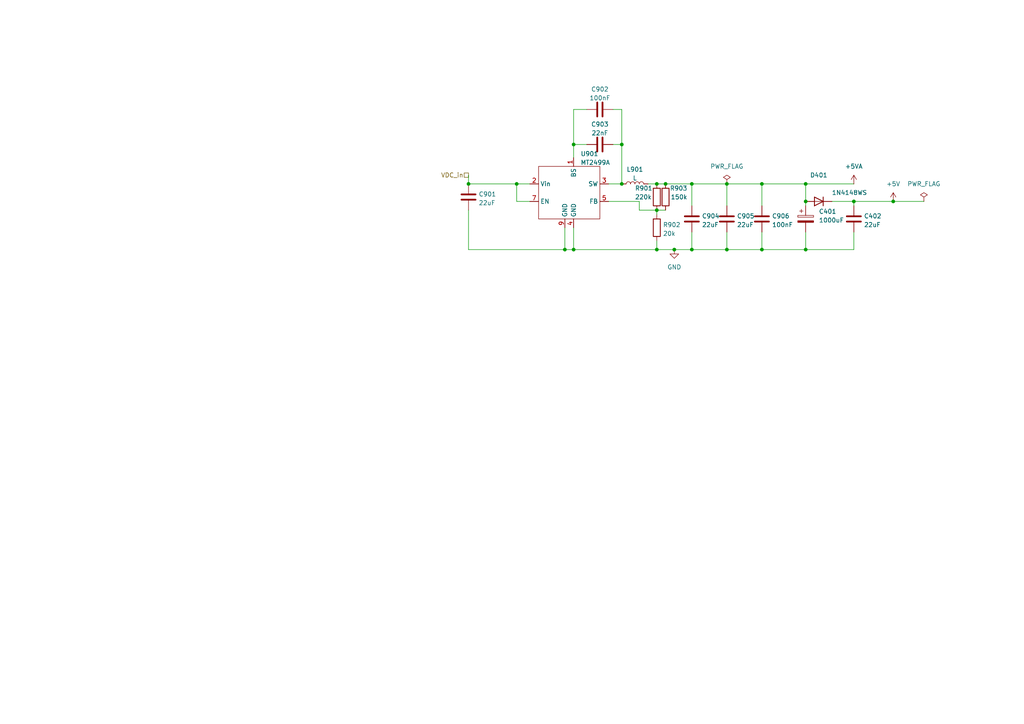
<source format=kicad_sch>
(kicad_sch (version 20231120) (generator "eeschema") (generator_version "8.0")
  (paper "A4")
  (lib_symbols
    (symbol "Device:C" (pin_numbers hide) (pin_names (offset 0.254))
      (property "Reference" "C" (at 0.635 2.54 0))
      (property "Value" "C" (at 0.635 -2.54 0))
      (symbol "C_0_1"
        (polyline (pts (xy -2.032 -0.762) (xy 2.032 -0.762)) (stroke (width 0.508)))
        (polyline (pts (xy -2.032 0.762) (xy 2.032 0.762)) (stroke (width 0.508)))
      )
      (symbol "C_1_1"
        (pin passive line (at 0 3.81 270) (length 2.794) (name "~") (number "1"))
        (pin passive line (at 0 -3.81 90) (length 2.794) (name "~") (number "2"))
      )
    )
    (symbol "Device:C_Polarized" (pin_numbers hide) (pin_names (offset 0.254))
      (property "Reference" "C" (at 0.635 2.54 0))
      (property "Value" "C_Polarized" (at 0.635 -2.54 0))
      (symbol "C_Polarized_0_1"
        (rectangle (start -2.286 0.508) (end 2.286 1.016))
        (polyline (pts (xy -1.778 2.286) (xy -0.762 2.286)))
        (polyline (pts (xy -1.27 2.794) (xy -1.27 1.778)))
        (rectangle (start 2.286 -0.508) (end -2.286 -1.016) (fill (type outline)))
      )
      (symbol "C_Polarized_1_1"
        (pin passive line (at 0 3.81 270) (length 2.794) (name "~") (number "1"))
        (pin passive line (at 0 -3.81 90) (length 2.794) (name "~") (number "2"))
      )
    )
    (symbol "Device:L" (pin_numbers hide) (pin_names (offset 1.016) hide)
      (property "Reference" "L" (at -1.27 0 90))
      (property "Value" "L" (at 1.905 0 90))
      (symbol "L_0_1"
        (arc (start 0 -2.54) (mid 0.6323 -1.905) (end 0 -1.27))
        (arc (start 0 -1.27) (mid 0.6323 -0.635) (end 0 0))
        (arc (start 0 0) (mid 0.6323 0.635) (end 0 1.27))
        (arc (start 0 1.27) (mid 0.6323 1.905) (end 0 2.54))
      )
      (symbol "L_1_1"
        (pin passive line (at 0 3.81 270) (length 1.27) (name "1") (number "1"))
        (pin passive line (at 0 -3.81 90) (length 1.27) (name "2") (number "2"))
      )
    )
    (symbol "Device:R" (pin_numbers hide) (pin_names (offset 0))
      (property "Reference" "R" (at 2.032 0 90))
      (property "Value" "R" (at 0 0 90))
      (symbol "R_0_1"
        (rectangle (start -1.016 -2.54) (end 1.016 2.54) (stroke (width 0.254)))
      )
      (symbol "R_1_1"
        (pin passive line (at 0 3.81 270) (length 1.27) (name "~") (number "1"))
        (pin passive line (at 0 -3.81 90) (length 1.27) (name "~") (number "2"))
      )
    )
    (symbol "custom_kicad_lib_sk:1N4148WS" (pin_numbers hide) (pin_names hide)
      (property "Reference" "D" (at 0 2.54 0))
      (property "Value" "1N4148WS" (at 0 -2.54 0))
      (symbol "1N4148WS_0_1"
        (polyline (pts (xy -1.27 1.27) (xy -1.27 -1.27)) (stroke (width 0.254)))
        (polyline (pts (xy 1.27 0) (xy -1.27 0)))
        (polyline (pts (xy 1.27 1.27) (xy 1.27 -1.27) (xy -1.27 0) (xy 1.27 1.27)) (stroke (width 0.254)))
      )
      (symbol "1N4148WS_1_1"
        (pin passive line (at -3.81 0 0) (length 2.54) (name "K") (number "1"))
        (pin passive line (at 3.81 0 180) (length 2.54) (name "A") (number "2"))
      )
    )
    (symbol "custom_kicad_lib_sk:MT499A"
      (property "Reference" "U1" (at 2.0194 9.999 0))
      (property "Value" "MT499A" (at 2.0194 7.4621 0))
      (symbol "MT499A_0_1"
        (rectangle (start -10.16 6.35) (end 7.62 -8.89) (stroke (width 0.1524)))
      )
      (symbol "MT499A_1_1"
        (pin input line (at 0 8.89 270) (length 2.54) (name "BS") (number "1"))
        (pin power_in line (at -12.7 1.27 0) (length 2.54) (name "Vin") (number "2"))
        (pin input line (at 10.16 1.27 180) (length 2.54) (name "SW") (number "3"))
        (pin power_in line (at 0 -11.43 90) (length 2.54) (name "GND") (number "4"))
        (pin input line (at 10.16 -3.81 180) (length 2.54) (name "FB") (number "5"))
        (pin no_connect line (at 8.89 -11.43 180) (length 2.54) hide (name "NC") (number "6"))
        (pin input line (at -12.7 -3.81 0) (length 2.54) (name "EN") (number "7"))
        (pin no_connect line (at 8.89 -13.97 180) (length 2.54) hide (name "NC") (number "8"))
        (pin input line (at -2.54 -11.43 90) (length 2.54) (name "GND") (number "9"))
      )
    )
    (symbol "power:+5V" (power) (pin_numbers hide) (pin_names (offset 0) hide)
      (property "Value" "+5V" (at 0 3.556 0))
      (symbol "+5V_0_1"
        (polyline (pts (xy -0.762 1.27) (xy 0 2.54)))
        (polyline (pts (xy 0 0) (xy 0 2.54)))
        (polyline (pts (xy 0 2.54) (xy 0.762 1.27)))
      )
      (symbol "+5V_1_1"
        (pin power_in line (at 0 0 90) (length 0) (name "~") (number "1"))
      )
    )
    (symbol "power:+5VA" (power) (pin_numbers hide) (pin_names (offset 0) hide)
      (property "Value" "+5VA" (at 0 3.556 0))
      (symbol "+5VA_0_1"
        (polyline (pts (xy -0.762 1.27) (xy 0 2.54)))
        (polyline (pts (xy 0 0) (xy 0 2.54)))
        (polyline (pts (xy 0 2.54) (xy 0.762 1.27)))
      )
      (symbol "+5VA_1_1"
        (pin power_in line (at 0 0 90) (length 0) (name "~") (number "1"))
      )
    )
    (symbol "power:GND" (power) (pin_numbers hide) (pin_names (offset 0) hide)
      (property "Value" "GND" (at 0 -3.81 0))
      (symbol "GND_0_1"
        (polyline (pts (xy 0 0) (xy 0 -1.27) (xy 1.27 -1.27) (xy 0 -2.54) (xy -1.27 -1.27) (xy 0 -1.27)))
      )
      (symbol "GND_1_1"
        (pin power_in line (at 0 0 270) (length 0) (name "~") (number "1"))
      )
    )
    (symbol "power:PWR_FLAG" (power) (pin_numbers hide) (pin_names (offset 0) hide)
      (property "Value" "PWR_FLAG" (at 0 3.81 0))
      (symbol "PWR_FLAG_0_0"
        (pin power_out line (at 0 0 90) (length 0) (name "pwr") (number "1"))
      )
      (symbol "PWR_FLAG_0_1"
        (polyline (pts (xy 0 0) (xy 0 1.27) (xy -1.016 1.905) (xy 0 2.54) (xy 1.016 1.905) (xy 0 1.27)))
      )
    )
  )
  (junction (at 180.34 53.34))
  (junction (at 233.68 58.42))
  (junction (at 135.89 53.34))
  (junction (at 210.82 72.39))
  (junction (at 210.82 53.34))
  (junction (at 259.08 58.42))
  (junction (at 200.66 53.34))
  (junction (at 220.98 72.39))
  (junction (at 149.86 53.34))
  (junction (at 193.04 53.34))
  (junction (at 233.68 72.39))
  (junction (at 190.5 60.96))
  (junction (at 233.68 53.34))
  (junction (at 190.5 53.34))
  (junction (at 163.83 72.39))
  (junction (at 190.5 72.39))
  (junction (at 195.58 72.39))
  (junction (at 180.34 41.91))
  (junction (at 200.66 72.39))
  (junction (at 247.65 58.42))
  (junction (at 166.37 41.91))
  (junction (at 220.98 53.34))
  (junction (at 166.37 72.39))
  (wire (pts (xy 149.86 53.34) (xy 153.67 53.34)))
  (wire (pts (xy 190.5 72.39) (xy 190.5 69.85)))
  (wire (pts (xy 200.66 72.39) (xy 195.58 72.39)))
  (wire (pts (xy 193.04 53.34) (xy 200.66 53.34)))
  (wire (pts (xy 163.83 66.04) (xy 163.83 72.39)))
  (wire (pts (xy 163.83 72.39) (xy 135.89 72.39)))
  (wire (pts (xy 190.5 60.96) (xy 190.5 62.23)))
  (wire (pts (xy 190.5 53.34) (xy 193.04 53.34)))
  (wire (pts (xy 135.89 53.34) (xy 149.86 53.34)))
  (wire (pts (xy 247.65 58.42) (xy 259.08 58.42)))
  (wire (pts (xy 210.82 67.31) (xy 210.82 72.39)))
  (wire (pts (xy 200.66 53.34) (xy 210.82 53.34)))
  (wire (pts (xy 210.82 72.39) (xy 200.66 72.39)))
  (wire (pts (xy 259.08 58.42) (xy 267.97 58.42)))
  (wire (pts (xy 166.37 72.39) (xy 163.83 72.39)))
  (wire (pts (xy 210.82 53.34) (xy 220.98 53.34)))
  (wire (pts (xy 190.5 72.39) (xy 166.37 72.39)))
  (wire (pts (xy 185.42 58.42) (xy 185.42 60.96)))
  (wire (pts (xy 170.18 31.75) (xy 166.37 31.75)))
  (wire (pts (xy 233.68 72.39) (xy 220.98 72.39)))
  (wire (pts (xy 247.65 58.42) (xy 247.65 59.69)))
  (wire (pts (xy 176.53 53.34) (xy 180.34 53.34)))
  (wire (pts (xy 187.96 53.34) (xy 190.5 53.34)))
  (wire (pts (xy 180.34 41.91) (xy 180.34 31.75)))
  (wire (pts (xy 210.82 53.34) (xy 210.82 59.69)))
  (wire (pts (xy 166.37 31.75) (xy 166.37 41.91)))
  (wire (pts (xy 195.58 72.39) (xy 190.5 72.39)))
  (wire (pts (xy 220.98 53.34) (xy 220.98 59.69)))
  (wire (pts (xy 220.98 67.31) (xy 220.98 72.39)))
  (wire (pts (xy 247.65 67.31) (xy 247.65 72.39)))
  (wire (pts (xy 149.86 53.34) (xy 149.86 58.42)))
  (wire (pts (xy 180.34 31.75) (xy 177.8 31.75)))
  (wire (pts (xy 233.68 58.42) (xy 233.68 59.69)))
  (wire (pts (xy 241.3 58.42) (xy 247.65 58.42)))
  (wire (pts (xy 247.65 72.39) (xy 233.68 72.39)))
  (wire (pts (xy 180.34 53.34) (xy 180.34 41.91)))
  (wire (pts (xy 220.98 53.34) (xy 233.68 53.34)))
  (wire (pts (xy 200.66 67.31) (xy 200.66 72.39)))
  (wire (pts (xy 135.89 72.39) (xy 135.89 60.96)))
  (wire (pts (xy 200.66 59.69) (xy 200.66 53.34)))
  (wire (pts (xy 233.68 67.31) (xy 233.68 72.39)))
  (wire (pts (xy 166.37 72.39) (xy 166.37 66.04)))
  (wire (pts (xy 166.37 41.91) (xy 170.18 41.91)))
  (wire (pts (xy 153.67 58.42) (xy 149.86 58.42)))
  (wire (pts (xy 190.5 60.96) (xy 193.04 60.96)))
  (wire (pts (xy 135.89 50.8) (xy 135.89 53.34)))
  (wire (pts (xy 220.98 72.39) (xy 210.82 72.39)))
  (wire (pts (xy 233.68 53.34) (xy 233.68 58.42)))
  (wire (pts (xy 233.68 53.34) (xy 247.65 53.34)))
  (wire (pts (xy 185.42 60.96) (xy 190.5 60.96)))
  (wire (pts (xy 166.37 41.91) (xy 166.37 45.72)))
  (wire (pts (xy 180.34 41.91) (xy 177.8 41.91)))
  (wire (pts (xy 176.53 58.42) (xy 185.42 58.42)))
  (hierarchical_label "VDC_in" (shape passive) (at 135.89 50.8 180))
  (symbol (lib_id "Device:L") (at 184.15 53.34 90) (unit 1)
    (property "Reference" "L901" (at 184.15 49.1322 90))
    (property "Value" "L" (at 184.15 51.6691 90))
    (property "Footprint" "Inductor_SMD:L_Bourns-SRN8040_8x8.15mm" (effects (hide yes)))
    (property "JLCPCB Part#" "C2929438" (effects (hide yes)))
    (instances (project "OS-servoDriver" (path "" (reference "L901") (unit 1))) (project "buck_5V" (path "" (reference "L901") (unit 1))) (project "general_schematics" (path "" (reference "L1501") (unit 1))))
  )
  (symbol (lib_id "Device:R") (at 193.04 57.15 180) (unit 1)
    (property "Reference" "R903" (at 199.39 54.61 0) (effects (justify left)))
    (property "Value" "150k" (at 199.39 57.15 0) (effects (justify left)))
    (property "Footprint" "Resistor_SMD:R_0603_1608Metric" (effects (hide yes)))
    (property "JLCPCB Part#" "C22807" (effects (hide yes)))
    (instances (project "OS-servoDriver" (path "" (reference "R903") (unit 1))) (project "buck_5V" (path "" (reference "R903") (unit 1))) (project "general_schematics" (path "" (reference "R1503") (unit 1))))
  )
  (symbol (lib_id "power:+5VA") (at 247.65 53.34 0) (unit 1)
    (property "Reference" "#PWR026" (effects (hide yes)))
    (property "Value" "+5VA" (at 247.65 48.26 0))
    (property "Description" "Power symbol creates a global label with name \"+5VA\"" (effects (hide yes)))
  )
  (symbol (lib_id "Device:C") (at 173.99 31.75 90) (unit 1)
    (property "Reference" "C902" (at 173.99 25.8912 90))
    (property "Value" "100nF" (at 173.99 28.4281 90))
    (property "Footprint" "Capacitor_SMD:C_0402_1005Metric" (effects (hide yes)))
    (property "JLCPCB Part#" "C307331" (effects (hide yes)))
    (instances (project "OS-servoDriver" (path "" (reference "C902") (unit 1))) (project "buck_5V" (path "" (reference "C902") (unit 1))) (project "general_schematics" (path "" (reference "C1502") (unit 1))))
  )
  (symbol (lib_id "Device:C") (at 173.99 41.91 90) (unit 1)
    (property "Reference" "C903" (at 173.99 36.0512 90))
    (property "Value" "22nF" (at 173.99 38.5881 90))
    (property "Footprint" "Capacitor_SMD:C_0402_1005Metric" (effects (hide yes)))
    (property "JLCPCB Part#" "C1532" (effects (hide yes)))
    (instances (project "OS-servoDriver" (path "" (reference "C903") (unit 1))) (project "buck_5V" (path "" (reference "C903") (unit 1))) (project "general_schematics" (path "" (reference "C1503") (unit 1))))
  )
  (symbol (lib_id "Device:C") (at 210.82 63.5 0) (unit 1)
    (property "Reference" "C905" (at 213.741 62.6653 0) (effects (justify left)))
    (property "Value" "22uF" (at 213.741 65.2022 0) (effects (justify left)))
    (property "Footprint" "Capacitor_SMD:C_0603_1608Metric" (effects (hide yes)))
    (property "JLCPCB Part#" "C45783" (effects (hide yes)))
    (instances (project "OS-servoDriver" (path "" (reference "C905") (unit 1))) (project "buck_5V" (path "" (reference "C905") (unit 1))) (project "general_schematics" (path "" (reference "C1505") (unit 1))))
  )
  (symbol (lib_id "Device:C") (at 247.65 63.5 0) (unit 1)
    (property "Reference" "C402" (at 250.571 62.6653 0) (effects (justify left)))
    (property "Value" "22uF" (at 250.571 65.2022 0) (effects (justify left)))
    (property "Footprint" "Capacitor_SMD:C_0603_1608Metric" (effects (hide yes)))
    (property "JLCPCB Part#" "C45783" (effects (hide yes)))
  )
  (symbol (lib_id "Device:C") (at 135.89 57.15 0) (unit 1)
    (property "Reference" "C901" (at 138.811 56.3153 0) (effects (justify left)))
    (property "Value" "22uF" (at 138.811 58.8522 0) (effects (justify left)))
    (property "Footprint" "Capacitor_SMD:C_0603_1608Metric" (effects (hide yes)))
    (property "JLCPCB Part#" "C45783" (effects (hide yes)))
    (instances (project "OS-servoDriver" (path "" (reference "C901") (unit 1))) (project "buck_5V" (path "" (reference "C901") (unit 1))) (project "general_schematics" (path "" (reference "C1501") (unit 1))))
  )
  (symbol (lib_id "Device:R") (at 190.5 66.04 0) (unit 1)
    (property "Reference" "R902" (at 192.278 65.2053 0) (effects (justify left)))
    (property "Value" "20k" (at 192.278 67.7422 0) (effects (justify left)))
    (property "Footprint" "Resistor_SMD:R_0603_1608Metric" (effects (hide yes)))
    (property "JLCPCB Part#" "C4328" (effects (hide yes)))
    (instances (project "OS-servoDriver" (path "" (reference "R902") (unit 1))) (project "buck_5V" (path "" (reference "R902") (unit 1))) (project "general_schematics" (path "" (reference "R1502") (unit 1))))
  )
  (symbol (lib_id "custom_kicad_lib_sk:1N4148WS") (at 237.49 58.42 180) (unit 1)
    (property "Reference" "D401" (at 237.49 50.8 0))
    (property "Value" "1N4148WS" (at 246.38 55.88 0))
    (property "Footprint" "Diode_SMD:D_SOD-323" (effects (hide yes)))
    (property "Datasheet" "https://www.vishay.com/docs/85751/1n4148ws.pdf" (effects (hide yes)))
    (property "Description" "75V 0.15A Fast switching Diode, SOD-323" (effects (hide yes)))
    (property "Sim.Device" "D" (effects (hide yes)))
    (property "Sim.Pins" "1=K 2=A" (effects (hide yes)))
    (property "JLCPCB Part#" "C2128" (effects (hide yes)))
  )
  (symbol (lib_id "custom_kicad_lib_sk:MT499A") (at 166.37 54.61 0) (unit 1)
    (property "Reference" "U901" (at 168.3894 44.611 0) (effects (justify left)))
    (property "Value" "MT2499A" (at 168.3894 47.1479 0) (effects (justify left)))
    (property "Footprint" "Package_SO:TI_SO-PowerPAD-8" (effects (hide yes)))
    (property "Datasheet" "https://datasheet.lcsc.com/lcsc/2205121200_XI-AN-Aerosemi-Tech-MT2499A_C3007555.pdf" (effects (hide yes)))
    (property "JLCPCB Part#" "C3007555" (effects (hide yes)))
    (instances (project "OS-servoDriver" (path "" (reference "U901") (unit 1))) (project "buck_5V" (path "" (reference "U901") (unit 1))) (project "general_schematics" (path "" (reference "U1501") (unit 1))))
  )
  (symbol (lib_id "Device:C") (at 200.66 63.5 0) (unit 1)
    (property "Reference" "C904" (at 203.581 62.6653 0) (effects (justify left)))
    (property "Value" "22uF" (at 203.581 65.2022 0) (effects (justify left)))
    (property "Footprint" "Capacitor_SMD:C_0603_1608Metric" (effects (hide yes)))
    (property "JLCPCB Part#" "C45783" (effects (hide yes)))
    (instances (project "OS-servoDriver" (path "" (reference "C904") (unit 1))) (project "buck_5V" (path "" (reference "C904") (unit 1))) (project "general_schematics" (path "" (reference "C1504") (unit 1))))
  )
  (symbol (lib_id "Device:R") (at 190.5 57.15 0) (unit 1)
    (property "Reference" "R901" (at 184.15 54.61 0) (effects (justify left)))
    (property "Value" "220k" (at 184.15 57.15 0) (effects (justify left)))
    (property "Footprint" "Resistor_SMD:R_0603_1608Metric" (effects (hide yes)))
    (property "JLCPCB Part#" "C22961" (effects (hide yes)))
    (instances (project "OS-servoDriver" (path "" (reference "R901") (unit 1))) (project "buck_5V" (path "" (reference "R901") (unit 1))) (project "general_schematics" (path "" (reference "R1501") (unit 1))))
  )
  (symbol (lib_id "power:PWR_FLAG") (at 267.97 58.42 0) (unit 1)
    (property "Reference" "#FLG0502" (effects (hide yes)))
    (property "Value" "PWR_FLAG" (at 267.97 53.34 0))
  )
  (symbol (lib_id "power:GND") (at 195.58 72.39 0) (unit 1)
    (property "Reference" "#PWR024" (effects (hide yes)))
    (property "Value" "GND" (at 195.58 77.47 0))
    (property "Description" "Power symbol creates a global label with name \"GND\" , ground" (effects (hide yes)))
  )
  (symbol (lib_id "power:+5V") (at 259.08 58.42 0) (unit 1)
    (property "Reference" "#PWR025" (effects (hide yes)))
    (property "Value" "+5V" (at 259.08 53.34 0))
    (property "Description" "Power symbol creates a global label with name \"+5V\"" (effects (hide yes)))
  )
  (symbol (lib_id "power:PWR_FLAG") (at 210.82 53.34 0) (unit 1)
    (property "Reference" "#FLG0501" (effects (hide yes)))
    (property "Value" "PWR_FLAG" (at 210.82 48.26 0))
  )
  (symbol (lib_id "Device:C") (at 220.98 63.5 0) (unit 1)
    (property "Reference" "C906" (at 223.901 62.6653 0) (effects (justify left)))
    (property "Value" "100nF" (at 223.901 65.2022 0) (effects (justify left)))
    (property "Footprint" "Capacitor_SMD:C_0402_1005Metric" (effects (hide yes)))
    (property "JLCPCB Part#" "C307331" (effects (hide yes)))
    (instances (project "OS-servoDriver" (path "" (reference "C906") (unit 1))) (project "buck_5V" (path "" (reference "C906") (unit 1))) (project "general_schematics" (path "" (reference "C1506") (unit 1))))
  )
  (symbol (lib_id "Device:C_Polarized") (at 233.68 63.5 0) (unit 1)
    (property "Reference" "C401" (at 237.49 61.341 0) (effects (justify left)))
    (property "Value" "1000uF" (at 237.49 63.881 0) (effects (justify left)))
    (property "Footprint" "Capacitor_SMD:CP_Elec_8x10.5" (effects (hide yes)))
    (property "JLCPCB Part#" "C5162347" (effects (hide yes)))
  )
)
</source>
